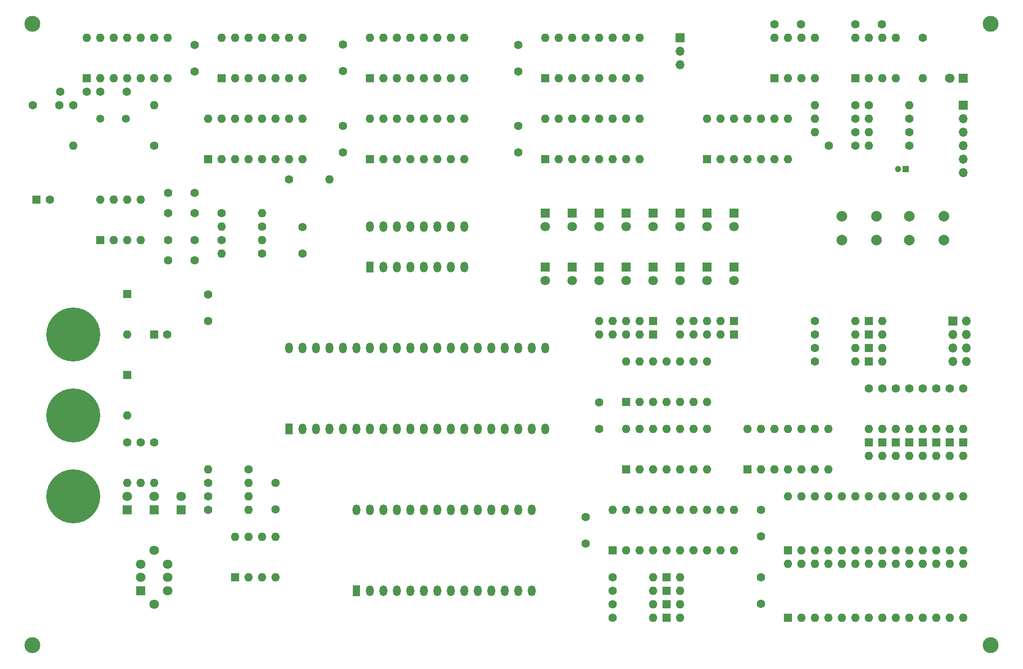
<source format=gbr>
%TF.GenerationSoftware,KiCad,Pcbnew,7.0.1*%
%TF.CreationDate,2023-04-05T20:47:30+09:00*%
%TF.ProjectId,test4004,74657374-3430-4303-942e-6b696361645f,rev?*%
%TF.SameCoordinates,Original*%
%TF.FileFunction,Soldermask,Bot*%
%TF.FilePolarity,Negative*%
%FSLAX46Y46*%
G04 Gerber Fmt 4.6, Leading zero omitted, Abs format (unit mm)*
G04 Created by KiCad (PCBNEW 7.0.1) date 2023-04-05 20:47:30*
%MOMM*%
%LPD*%
G01*
G04 APERTURE LIST*
%ADD10R,1.800000X1.800000*%
%ADD11C,1.800000*%
%ADD12C,1.600000*%
%ADD13O,1.600000X1.600000*%
%ADD14R,1.600000X1.600000*%
%ADD15C,3.000000*%
%ADD16C,10.160000*%
%ADD17R,1.200000X1.200000*%
%ADD18C,1.200000*%
%ADD19R,1.440000X2.000000*%
%ADD20O,1.440000X2.000000*%
%ADD21R,1.700000X1.700000*%
%ADD22O,1.700000X1.700000*%
%ADD23C,1.500000*%
%ADD24C,2.000000*%
G04 APERTURE END LIST*
D10*
%TO.C,D19*%
X132080000Y-50800000D03*
D11*
X132080000Y-53340000D03*
%TD*%
D12*
%TO.C,C12*%
X15240000Y-17780000D03*
X10240000Y-17780000D03*
%TD*%
%TO.C,C7*%
X35560000Y-36830000D03*
X30560000Y-36830000D03*
%TD*%
D10*
%TO.C,D20*%
X127000000Y-50800000D03*
D11*
X127000000Y-53340000D03*
%TD*%
D12*
%TO.C,R5*%
X172720000Y-7620000D03*
D13*
X172720000Y-15240000D03*
%TD*%
D14*
%TO.C,D28*%
X165100000Y-83820000D03*
D13*
X165100000Y-86360000D03*
%TD*%
D12*
%TO.C,R26*%
X177800000Y-73660000D03*
D13*
X177800000Y-81280000D03*
%TD*%
D10*
%TO.C,D9*%
X101600000Y-40640000D03*
D11*
X101600000Y-43180000D03*
%TD*%
D12*
%TO.C,R33*%
X114300000Y-114300000D03*
D13*
X121920000Y-114300000D03*
%TD*%
D14*
%TO.C,D1*%
X162560000Y-60960000D03*
D13*
X165100000Y-60960000D03*
%TD*%
D12*
%TO.C,R12*%
X170180000Y-27940000D03*
D13*
X162560000Y-27940000D03*
%TD*%
D12*
%TO.C,C15*%
X96520000Y-13970000D03*
X96520000Y-8970000D03*
%TD*%
%TO.C,C1*%
X149780000Y-5080000D03*
X144780000Y-5080000D03*
%TD*%
%TO.C,R2*%
X152400000Y-63500000D03*
D13*
X160020000Y-63500000D03*
%TD*%
D12*
%TO.C,R37*%
X22860000Y-83820000D03*
D13*
X22860000Y-91440000D03*
%TD*%
D10*
%TO.C,D13*%
X121920000Y-40640000D03*
D11*
X121920000Y-43180000D03*
%TD*%
D15*
%TO.C,H3*%
X5000000Y-122000000D03*
%TD*%
D14*
%TO.C,D4*%
X162560000Y-68580000D03*
D13*
X165100000Y-68580000D03*
%TD*%
D14*
%TO.C,SW3*%
X43180000Y-109220000D03*
D13*
X45720000Y-109220000D03*
X48260000Y-109220000D03*
X50800000Y-109220000D03*
X50800000Y-101600000D03*
X48260000Y-101600000D03*
X45720000Y-101600000D03*
X43180000Y-101600000D03*
%TD*%
D12*
%TO.C,R20*%
X162560000Y-73660000D03*
D13*
X162560000Y-81280000D03*
%TD*%
D10*
%TO.C,D17*%
X101600000Y-50800000D03*
D11*
X101600000Y-53340000D03*
%TD*%
D12*
%TO.C,C5*%
X35560000Y-8970000D03*
X35560000Y-13970000D03*
%TD*%
D10*
%TO.C,D38*%
X33020000Y-96520000D03*
D11*
X33020000Y-93980000D03*
%TD*%
D12*
%TO.C,C17*%
X96520000Y-29210000D03*
X96520000Y-24210000D03*
%TD*%
%TO.C,R13*%
X53340000Y-34290000D03*
D13*
X60960000Y-34290000D03*
%TD*%
D14*
%TO.C,D24*%
X175260000Y-83820000D03*
D13*
X175260000Y-86360000D03*
%TD*%
D12*
%TO.C,C13*%
X55880000Y-48260000D03*
X55880000Y-43260000D03*
%TD*%
D14*
%TO.C,U14*%
X116840000Y-88900000D03*
D13*
X119380000Y-88900000D03*
X121920000Y-88900000D03*
X124460000Y-88900000D03*
X127000000Y-88900000D03*
X129540000Y-88900000D03*
X132080000Y-88900000D03*
X132080000Y-81280000D03*
X129540000Y-81280000D03*
X127000000Y-81280000D03*
X124460000Y-81280000D03*
X121920000Y-81280000D03*
X119380000Y-81280000D03*
X116840000Y-81280000D03*
%TD*%
D12*
%TO.C,R23*%
X170180000Y-73660000D03*
D13*
X170180000Y-81280000D03*
%TD*%
D12*
%TO.C,R6*%
X160020000Y-20320000D03*
D13*
X152400000Y-20320000D03*
%TD*%
D10*
%TO.C,D15*%
X111760000Y-50800000D03*
D11*
X111760000Y-53340000D03*
%TD*%
D16*
%TO.C,J5*%
X12700000Y-78740000D03*
%TD*%
D17*
%TO.C,C4*%
X169545000Y-32385000D03*
D18*
X168045000Y-32385000D03*
%TD*%
D19*
%TO.C,U4*%
X68580000Y-50800000D03*
D20*
X71120000Y-50800000D03*
X73660000Y-50800000D03*
X76200000Y-50800000D03*
X78740000Y-50800000D03*
X81280000Y-50800000D03*
X83820000Y-50800000D03*
X86360000Y-50800000D03*
X86360000Y-43180000D03*
X83820000Y-43180000D03*
X81280000Y-43180000D03*
X78740000Y-43180000D03*
X76200000Y-43180000D03*
X73660000Y-43180000D03*
X71120000Y-43180000D03*
X68580000Y-43180000D03*
%TD*%
D12*
%TO.C,R31*%
X38100000Y-96520000D03*
D13*
X45720000Y-96520000D03*
%TD*%
D21*
%TO.C,J2*%
X127000000Y-7620000D03*
D22*
X127000000Y-10160000D03*
X127000000Y-12700000D03*
%TD*%
D14*
%TO.C,D2*%
X162560000Y-63500000D03*
D13*
X165100000Y-63500000D03*
%TD*%
D14*
%TO.C,D26*%
X170180000Y-83820000D03*
D13*
X170180000Y-86360000D03*
%TD*%
D14*
%TO.C,U8*%
X101600000Y-30480000D03*
D13*
X104140000Y-30480000D03*
X106680000Y-30480000D03*
X109220000Y-30480000D03*
X111760000Y-30480000D03*
X114300000Y-30480000D03*
X116840000Y-30480000D03*
X119380000Y-30480000D03*
X119380000Y-22860000D03*
X116840000Y-22860000D03*
X114300000Y-22860000D03*
X111760000Y-22860000D03*
X109220000Y-22860000D03*
X106680000Y-22860000D03*
X104140000Y-22860000D03*
X101600000Y-22860000D03*
%TD*%
D12*
%TO.C,R22*%
X167640000Y-73660000D03*
D13*
X167640000Y-81280000D03*
%TD*%
D10*
%TO.C,D7*%
X111760000Y-40640000D03*
D11*
X111760000Y-43180000D03*
%TD*%
D12*
%TO.C,R38*%
X27940000Y-83820000D03*
D13*
X27940000Y-91440000D03*
%TD*%
D12*
%TO.C,C9*%
X35560000Y-45720000D03*
X30560000Y-45720000D03*
%TD*%
D14*
%TO.C,D3*%
X162560000Y-66040000D03*
D13*
X165100000Y-66040000D03*
%TD*%
D14*
%TO.C,U3*%
X132080000Y-30480000D03*
D13*
X134620000Y-30480000D03*
X137160000Y-30480000D03*
X139700000Y-30480000D03*
X142240000Y-30480000D03*
X144780000Y-30480000D03*
X147320000Y-30480000D03*
X147320000Y-22860000D03*
X144780000Y-22860000D03*
X142240000Y-22860000D03*
X139700000Y-22860000D03*
X137160000Y-22860000D03*
X134620000Y-22860000D03*
X132080000Y-22860000D03*
%TD*%
D14*
%TO.C,U5*%
X68580000Y-15240000D03*
D13*
X71120000Y-15240000D03*
X73660000Y-15240000D03*
X76200000Y-15240000D03*
X78740000Y-15240000D03*
X81280000Y-15240000D03*
X83820000Y-15240000D03*
X86360000Y-15240000D03*
X86360000Y-7620000D03*
X83820000Y-7620000D03*
X81280000Y-7620000D03*
X78740000Y-7620000D03*
X76200000Y-7620000D03*
X73660000Y-7620000D03*
X71120000Y-7620000D03*
X68580000Y-7620000D03*
%TD*%
D14*
%TO.C,D25*%
X172720000Y-83820000D03*
D13*
X172720000Y-86360000D03*
%TD*%
D12*
%TO.C,R1*%
X152400000Y-60960000D03*
D13*
X160020000Y-60960000D03*
%TD*%
D12*
%TO.C,R17*%
X27940000Y-27940000D03*
D13*
X27940000Y-20320000D03*
%TD*%
D12*
%TO.C,C2*%
X165020000Y-5080000D03*
X160020000Y-5080000D03*
%TD*%
D14*
%TO.C,D23*%
X177800000Y-83820000D03*
D13*
X177800000Y-86360000D03*
%TD*%
D12*
%TO.C,R18*%
X48260000Y-43180000D03*
D13*
X40640000Y-43180000D03*
%TD*%
D11*
%TO.C,SW4*%
X27940000Y-114300000D03*
X27940000Y-104140000D03*
D10*
X25400000Y-111760000D03*
D11*
X25400000Y-109260000D03*
X25400000Y-106760000D03*
X30480000Y-111760000D03*
X30480000Y-109260000D03*
X30480000Y-106760000D03*
%TD*%
D21*
%TO.C,J1*%
X180340000Y-20320000D03*
D22*
X180340000Y-22860000D03*
X180340000Y-25400000D03*
X180340000Y-27940000D03*
X180340000Y-30480000D03*
X180340000Y-33020000D03*
%TD*%
D14*
%TO.C,U15*%
X116840000Y-76200000D03*
D13*
X119380000Y-76200000D03*
X121920000Y-76200000D03*
X124460000Y-76200000D03*
X127000000Y-76200000D03*
X129540000Y-76200000D03*
X132080000Y-76200000D03*
X132080000Y-68580000D03*
X129540000Y-68580000D03*
X127000000Y-68580000D03*
X124460000Y-68580000D03*
X121920000Y-68580000D03*
X119380000Y-68580000D03*
X116840000Y-68580000D03*
%TD*%
D14*
%TO.C,U17*%
X147320000Y-104140000D03*
D13*
X149860000Y-104140000D03*
X152400000Y-104140000D03*
X154940000Y-104140000D03*
X157480000Y-104140000D03*
X160020000Y-104140000D03*
X162560000Y-104140000D03*
X165100000Y-104140000D03*
X167640000Y-104140000D03*
X170180000Y-104140000D03*
X172720000Y-104140000D03*
X175260000Y-104140000D03*
X177800000Y-104140000D03*
X180340000Y-104140000D03*
X180340000Y-93980000D03*
X177800000Y-93980000D03*
X175260000Y-93980000D03*
X172720000Y-93980000D03*
X170180000Y-93980000D03*
X167640000Y-93980000D03*
X165100000Y-93980000D03*
X162560000Y-93980000D03*
X160020000Y-93980000D03*
X157480000Y-93980000D03*
X154940000Y-93980000D03*
X152400000Y-93980000D03*
X149860000Y-93980000D03*
X147320000Y-93980000D03*
%TD*%
D12*
%TO.C,R11*%
X170180000Y-25400000D03*
D13*
X162560000Y-25400000D03*
%TD*%
D10*
%TO.C,D11*%
X132080000Y-40640000D03*
D11*
X132080000Y-43180000D03*
%TD*%
D12*
%TO.C,R36*%
X25400000Y-83820000D03*
D13*
X25400000Y-91440000D03*
%TD*%
D12*
%TO.C,C14*%
X63500000Y-13890000D03*
X63500000Y-8890000D03*
%TD*%
%TO.C,R10*%
X170180000Y-22860000D03*
D13*
X162560000Y-22860000D03*
%TD*%
D12*
%TO.C,C20*%
X142240000Y-96520000D03*
X142240000Y-101520000D03*
%TD*%
D14*
%TO.C,RN2*%
X137160000Y-60960000D03*
D13*
X134620000Y-60960000D03*
X132080000Y-60960000D03*
X129540000Y-60960000D03*
X127000000Y-60960000D03*
%TD*%
D14*
%TO.C,U10*%
X40635000Y-15240000D03*
D13*
X43175000Y-15240000D03*
X45715000Y-15240000D03*
X48255000Y-15240000D03*
X50795000Y-15240000D03*
X53335000Y-15240000D03*
X55875000Y-15240000D03*
X55875000Y-7620000D03*
X53335000Y-7620000D03*
X50795000Y-7620000D03*
X48255000Y-7620000D03*
X45715000Y-7620000D03*
X43175000Y-7620000D03*
X40635000Y-7620000D03*
%TD*%
D14*
%TO.C,D22*%
X180340000Y-83820000D03*
D13*
X180340000Y-86360000D03*
%TD*%
D14*
%TO.C,D31*%
X124460000Y-114300000D03*
D13*
X127000000Y-114300000D03*
%TD*%
D14*
%TO.C,D27*%
X167640000Y-83820000D03*
D13*
X167640000Y-86360000D03*
%TD*%
D15*
%TO.C,H1*%
X5000000Y-5000000D03*
%TD*%
D12*
%TO.C,R24*%
X172720000Y-73660000D03*
D13*
X172720000Y-81280000D03*
%TD*%
D12*
%TO.C,R16*%
X12700000Y-20320000D03*
D13*
X12700000Y-27940000D03*
%TD*%
D12*
%TO.C,R15*%
X40640000Y-45720000D03*
D13*
X48260000Y-45720000D03*
%TD*%
D12*
%TO.C,R29*%
X38100000Y-91440000D03*
D13*
X45720000Y-91440000D03*
%TD*%
D12*
%TO.C,R3*%
X152400000Y-66040000D03*
D13*
X160020000Y-66040000D03*
%TD*%
D14*
%TO.C,U18*%
X147320000Y-116840000D03*
D13*
X149860000Y-116840000D03*
X152400000Y-116840000D03*
X154940000Y-116840000D03*
X157480000Y-116840000D03*
X160020000Y-116840000D03*
X162560000Y-116840000D03*
X165100000Y-116840000D03*
X167640000Y-116840000D03*
X170180000Y-116840000D03*
X172720000Y-116840000D03*
X175260000Y-116840000D03*
X177800000Y-116840000D03*
X180340000Y-116840000D03*
X180340000Y-106680000D03*
X177800000Y-106680000D03*
X175260000Y-106680000D03*
X172720000Y-106680000D03*
X170180000Y-106680000D03*
X167640000Y-106680000D03*
X165100000Y-106680000D03*
X162560000Y-106680000D03*
X160020000Y-106680000D03*
X157480000Y-106680000D03*
X154940000Y-106680000D03*
X152400000Y-106680000D03*
X149860000Y-106680000D03*
X147320000Y-106680000D03*
%TD*%
D10*
%TO.C,D18*%
X137160000Y-50800000D03*
D11*
X137160000Y-53340000D03*
%TD*%
D10*
%TO.C,D16*%
X106680000Y-50800000D03*
D11*
X106680000Y-53340000D03*
%TD*%
D14*
%TO.C,RN3*%
X121920000Y-63500000D03*
D13*
X119380000Y-63500000D03*
X116840000Y-63500000D03*
X114300000Y-63500000D03*
X111760000Y-63500000D03*
%TD*%
D14*
%TO.C,D36*%
X22860000Y-71120000D03*
D13*
X22860000Y-78740000D03*
%TD*%
D14*
%TO.C,U9*%
X15240000Y-15240000D03*
D13*
X17780000Y-15240000D03*
X20320000Y-15240000D03*
X22860000Y-15240000D03*
X25400000Y-15240000D03*
X27940000Y-15240000D03*
X30480000Y-15240000D03*
X30480000Y-7620000D03*
X27940000Y-7620000D03*
X25400000Y-7620000D03*
X22860000Y-7620000D03*
X20320000Y-7620000D03*
X17780000Y-7620000D03*
X15240000Y-7620000D03*
%TD*%
D12*
%TO.C,R34*%
X114300000Y-111760000D03*
D13*
X121920000Y-111760000D03*
%TD*%
D10*
%TO.C,D37*%
X22860000Y-96520000D03*
D11*
X22860000Y-93980000D03*
%TD*%
D14*
%TO.C,U12*%
X38100000Y-30480000D03*
D13*
X40640000Y-30480000D03*
X43180000Y-30480000D03*
X45720000Y-30480000D03*
X48260000Y-30480000D03*
X50800000Y-30480000D03*
X53340000Y-30480000D03*
X55880000Y-30480000D03*
X55880000Y-22860000D03*
X53340000Y-22860000D03*
X50800000Y-22860000D03*
X48260000Y-22860000D03*
X45720000Y-22860000D03*
X43180000Y-22860000D03*
X40640000Y-22860000D03*
X38100000Y-22860000D03*
%TD*%
D21*
%TO.C,J3*%
X178430000Y-60960000D03*
D22*
X180970000Y-60960000D03*
X178430000Y-63500000D03*
X180970000Y-63500000D03*
X178430000Y-66040000D03*
X180970000Y-66040000D03*
X178430000Y-68580000D03*
X180970000Y-68580000D03*
%TD*%
D10*
%TO.C,D5*%
X180340000Y-15240000D03*
D11*
X177800000Y-15240000D03*
%TD*%
D23*
%TO.C,Y1*%
X17780000Y-22860000D03*
X22660000Y-22860000D03*
%TD*%
D12*
%TO.C,R21*%
X165100000Y-73660000D03*
D13*
X165100000Y-81280000D03*
%TD*%
D19*
%TO.C,U20*%
X53340000Y-81280000D03*
D20*
X55880000Y-81280000D03*
X58420000Y-81280000D03*
X60960000Y-81280000D03*
X63500000Y-81280000D03*
X66040000Y-81280000D03*
X68580000Y-81280000D03*
X71120000Y-81280000D03*
X73660000Y-81280000D03*
X76200000Y-81280000D03*
X78740000Y-81280000D03*
X81280000Y-81280000D03*
X83820000Y-81280000D03*
X86360000Y-81280000D03*
X88900000Y-81280000D03*
X91440000Y-81280000D03*
X93980000Y-81280000D03*
X96520000Y-81280000D03*
X99060000Y-81280000D03*
X101600000Y-81280000D03*
X101600000Y-66040000D03*
X99060000Y-66040000D03*
X96520000Y-66040000D03*
X93980000Y-66040000D03*
X91440000Y-66040000D03*
X88900000Y-66040000D03*
X86360000Y-66040000D03*
X83820000Y-66040000D03*
X81280000Y-66040000D03*
X78740000Y-66040000D03*
X76200000Y-66040000D03*
X73660000Y-66040000D03*
X71120000Y-66040000D03*
X68580000Y-66040000D03*
X66040000Y-66040000D03*
X63500000Y-66040000D03*
X60960000Y-66040000D03*
X58420000Y-66040000D03*
X55880000Y-66040000D03*
X53340000Y-66040000D03*
%TD*%
D14*
%TO.C,U6*%
X101600000Y-15240000D03*
D13*
X104140000Y-15240000D03*
X106680000Y-15240000D03*
X109220000Y-15240000D03*
X111760000Y-15240000D03*
X114300000Y-15240000D03*
X116840000Y-15240000D03*
X119380000Y-15240000D03*
X119380000Y-7620000D03*
X116840000Y-7620000D03*
X114300000Y-7620000D03*
X111760000Y-7620000D03*
X109220000Y-7620000D03*
X106680000Y-7620000D03*
X104140000Y-7620000D03*
X101600000Y-7620000D03*
%TD*%
D19*
%TO.C,U16*%
X66040000Y-111760000D03*
D20*
X68580000Y-111760000D03*
X71120000Y-111760000D03*
X73660000Y-111760000D03*
X76200000Y-111760000D03*
X78740000Y-111760000D03*
X81280000Y-111760000D03*
X83820000Y-111760000D03*
X86360000Y-111760000D03*
X88900000Y-111760000D03*
X91440000Y-111760000D03*
X93980000Y-111760000D03*
X96520000Y-111760000D03*
X99060000Y-111760000D03*
X99060000Y-96520000D03*
X96520000Y-96520000D03*
X93980000Y-96520000D03*
X91440000Y-96520000D03*
X88900000Y-96520000D03*
X86360000Y-96520000D03*
X83820000Y-96520000D03*
X81280000Y-96520000D03*
X78740000Y-96520000D03*
X76200000Y-96520000D03*
X73660000Y-96520000D03*
X71120000Y-96520000D03*
X68580000Y-96520000D03*
X66040000Y-96520000D03*
%TD*%
D12*
%TO.C,C16*%
X63500000Y-29210000D03*
X63500000Y-24210000D03*
%TD*%
%TO.C,C8*%
X35560000Y-40640000D03*
X30560000Y-40640000D03*
%TD*%
%TO.C,R7*%
X162560000Y-20320000D03*
D13*
X170180000Y-20320000D03*
%TD*%
D12*
%TO.C,C21*%
X142240000Y-109220000D03*
X142240000Y-114220000D03*
%TD*%
%TO.C,C23*%
X38100000Y-55960000D03*
X38100000Y-60960000D03*
%TD*%
D16*
%TO.C,J6*%
X12700000Y-93980000D03*
%TD*%
D12*
%TO.C,C19*%
X109220000Y-97870000D03*
X109220000Y-102870000D03*
%TD*%
D10*
%TO.C,D21*%
X121920000Y-50800000D03*
D11*
X121920000Y-53340000D03*
%TD*%
D15*
%TO.C,H4*%
X185500000Y-122000000D03*
%TD*%
D12*
%TO.C,C22*%
X111760000Y-81280000D03*
X111760000Y-76280000D03*
%TD*%
D14*
%TO.C,U2*%
X160020000Y-15240000D03*
D13*
X162560000Y-15240000D03*
X165100000Y-15240000D03*
X167640000Y-15240000D03*
X167640000Y-7620000D03*
X165100000Y-7620000D03*
X162560000Y-7620000D03*
X160020000Y-7620000D03*
%TD*%
D14*
%TO.C,D33*%
X124460000Y-109220000D03*
D13*
X127000000Y-109220000D03*
%TD*%
D12*
%TO.C,R19*%
X48260000Y-48260000D03*
D13*
X40640000Y-48260000D03*
%TD*%
D14*
%TO.C,D29*%
X162560000Y-83820000D03*
D13*
X162560000Y-86360000D03*
%TD*%
D12*
%TO.C,C6*%
X5080000Y-20320000D03*
X10080000Y-20320000D03*
%TD*%
%TO.C,C18*%
X50800000Y-96440000D03*
X50800000Y-91440000D03*
%TD*%
D14*
%TO.C,D32*%
X124460000Y-111760000D03*
D13*
X127000000Y-111760000D03*
%TD*%
D12*
%TO.C,R9*%
X160020000Y-25400000D03*
D13*
X152400000Y-25400000D03*
%TD*%
D14*
%TO.C,U7*%
X68580000Y-30480000D03*
D13*
X71120000Y-30480000D03*
X73660000Y-30480000D03*
X76200000Y-30480000D03*
X78740000Y-30480000D03*
X81280000Y-30480000D03*
X83820000Y-30480000D03*
X86360000Y-30480000D03*
X86360000Y-22860000D03*
X83820000Y-22860000D03*
X81280000Y-22860000D03*
X78740000Y-22860000D03*
X76200000Y-22860000D03*
X73660000Y-22860000D03*
X71120000Y-22860000D03*
X68580000Y-22860000D03*
%TD*%
D12*
%TO.C,R32*%
X114300000Y-116840000D03*
D13*
X121920000Y-116840000D03*
%TD*%
D10*
%TO.C,D8*%
X106680000Y-40640000D03*
D11*
X106680000Y-43180000D03*
%TD*%
D12*
%TO.C,C3*%
X155020000Y-27940000D03*
X160020000Y-27940000D03*
%TD*%
%TO.C,R8*%
X160020000Y-22860000D03*
D13*
X152400000Y-22860000D03*
%TD*%
D10*
%TO.C,D10*%
X137160000Y-40640000D03*
D11*
X137160000Y-43180000D03*
%TD*%
D14*
%TO.C,U11*%
X17780000Y-45720000D03*
D13*
X20320000Y-45720000D03*
X22860000Y-45720000D03*
X25400000Y-45720000D03*
X25400000Y-38100000D03*
X22860000Y-38100000D03*
X20320000Y-38100000D03*
X17780000Y-38100000D03*
%TD*%
D15*
%TO.C,H2*%
X185500000Y-5000000D03*
%TD*%
D14*
%TO.C,U19*%
X114300000Y-104140000D03*
D13*
X116840000Y-104140000D03*
X119380000Y-104140000D03*
X121920000Y-104140000D03*
X124460000Y-104140000D03*
X127000000Y-104140000D03*
X129540000Y-104140000D03*
X132080000Y-104140000D03*
X134620000Y-104140000D03*
X137160000Y-104140000D03*
X137160000Y-96520000D03*
X134620000Y-96520000D03*
X132080000Y-96520000D03*
X129540000Y-96520000D03*
X127000000Y-96520000D03*
X124460000Y-96520000D03*
X121920000Y-96520000D03*
X119380000Y-96520000D03*
X116840000Y-96520000D03*
X114300000Y-96520000D03*
%TD*%
D12*
%TO.C,R30*%
X38100000Y-93980000D03*
D13*
X45720000Y-93980000D03*
%TD*%
D14*
%TO.C,C25*%
X27940000Y-63500000D03*
D12*
X30440000Y-63500000D03*
%TD*%
%TO.C,R27*%
X180340000Y-73660000D03*
D13*
X180340000Y-81280000D03*
%TD*%
D14*
%TO.C,RN1*%
X121920000Y-60960000D03*
D13*
X119380000Y-60960000D03*
X116840000Y-60960000D03*
X114300000Y-60960000D03*
X111760000Y-60960000D03*
%TD*%
D24*
%TO.C,SW1*%
X163980000Y-45720000D03*
X157480000Y-45720000D03*
X163980000Y-41220000D03*
X157480000Y-41220000D03*
%TD*%
D10*
%TO.C,D14*%
X116840000Y-50800000D03*
D11*
X116840000Y-53340000D03*
%TD*%
D12*
%TO.C,C10*%
X17780000Y-17780000D03*
X22780000Y-17780000D03*
%TD*%
D10*
%TO.C,D12*%
X127000000Y-40640000D03*
D11*
X127000000Y-43180000D03*
%TD*%
D10*
%TO.C,D34*%
X27940000Y-96520000D03*
D11*
X27940000Y-93980000D03*
%TD*%
D14*
%TO.C,RN4*%
X137160000Y-63500000D03*
D13*
X134620000Y-63500000D03*
X132080000Y-63500000D03*
X129540000Y-63500000D03*
X127000000Y-63500000D03*
%TD*%
D14*
%TO.C,U13*%
X139700000Y-88900000D03*
D13*
X142240000Y-88900000D03*
X144780000Y-88900000D03*
X147320000Y-88900000D03*
X149860000Y-88900000D03*
X152400000Y-88900000D03*
X154940000Y-88900000D03*
X154940000Y-81280000D03*
X152400000Y-81280000D03*
X149860000Y-81280000D03*
X147320000Y-81280000D03*
X144780000Y-81280000D03*
X142240000Y-81280000D03*
X139700000Y-81280000D03*
%TD*%
D16*
%TO.C,J4*%
X12700000Y-63500000D03*
%TD*%
D12*
%TO.C,R35*%
X114300000Y-109220000D03*
D13*
X121920000Y-109220000D03*
%TD*%
D12*
%TO.C,R4*%
X152400000Y-68580000D03*
D13*
X160020000Y-68580000D03*
%TD*%
D14*
%TO.C,D30*%
X124460000Y-116840000D03*
D13*
X127000000Y-116840000D03*
%TD*%
D14*
%TO.C,C24*%
X5802621Y-38100000D03*
D12*
X8302621Y-38100000D03*
%TD*%
%TO.C,C11*%
X35560000Y-49530000D03*
X30560000Y-49530000D03*
%TD*%
D14*
%TO.C,D35*%
X22860000Y-55880000D03*
D13*
X22860000Y-63500000D03*
%TD*%
D12*
%TO.C,R28*%
X45720000Y-88900000D03*
D13*
X38100000Y-88900000D03*
%TD*%
D12*
%TO.C,R14*%
X40640000Y-40640000D03*
D13*
X48260000Y-40640000D03*
%TD*%
D24*
%TO.C,SW2*%
X176680000Y-45720000D03*
X170180000Y-45720000D03*
X176680000Y-41220000D03*
X170180000Y-41220000D03*
%TD*%
D14*
%TO.C,U1*%
X144780000Y-15240000D03*
D13*
X147320000Y-15240000D03*
X149860000Y-15240000D03*
X152400000Y-15240000D03*
X152400000Y-7620000D03*
X149860000Y-7620000D03*
X147320000Y-7620000D03*
X144780000Y-7620000D03*
%TD*%
D12*
%TO.C,R25*%
X175260000Y-73660000D03*
D13*
X175260000Y-81280000D03*
%TD*%
D10*
%TO.C,D6*%
X116840000Y-40640000D03*
D11*
X116840000Y-43180000D03*
%TD*%
M02*

</source>
